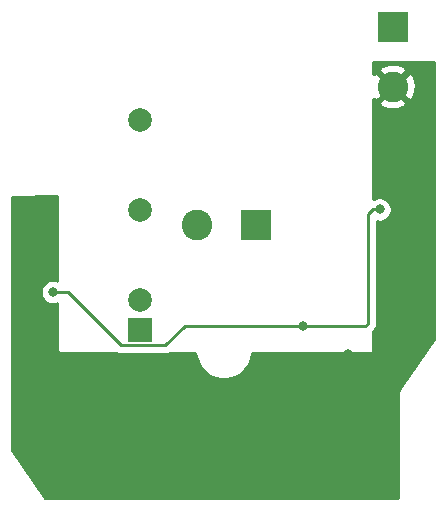
<source format=gbr>
G04 #@! TF.GenerationSoftware,KiCad,Pcbnew,5.1.4*
G04 #@! TF.CreationDate,2020-01-08T09:35:31-05:00*
G04 #@! TF.ProjectId,siot-node-relay,73696f74-2d6e-46f6-9465-2d72656c6179,rev?*
G04 #@! TF.SameCoordinates,Original*
G04 #@! TF.FileFunction,Copper,L2,Bot*
G04 #@! TF.FilePolarity,Positive*
%FSLAX46Y46*%
G04 Gerber Fmt 4.6, Leading zero omitted, Abs format (unit mm)*
G04 Created by KiCad (PCBNEW 5.1.4) date 2020-01-08 09:35:31*
%MOMM*%
%LPD*%
G04 APERTURE LIST*
%ADD10C,2.600000*%
%ADD11R,2.600000X2.600000*%
%ADD12C,2.000000*%
%ADD13R,2.000000X2.000000*%
%ADD14C,0.800000*%
%ADD15C,0.100000*%
%ADD16C,1.800000*%
%ADD17C,0.250000*%
%ADD18C,0.254000*%
G04 APERTURE END LIST*
D10*
X194750000Y-83100000D03*
D11*
X194750000Y-78100000D03*
D10*
X178150000Y-94800000D03*
D11*
X183150000Y-94800000D03*
D12*
X173350000Y-85920000D03*
X173350000Y-93540000D03*
X173350000Y-101160000D03*
D13*
X173350000Y-103700000D03*
D14*
X190250000Y-111900000D03*
X189150000Y-111900000D03*
X190250000Y-111000000D03*
X190250000Y-110100000D03*
X189150000Y-111000000D03*
D15*
G36*
X190424504Y-109751204D02*
G01*
X190448773Y-109754804D01*
X190472571Y-109760765D01*
X190495671Y-109769030D01*
X190517849Y-109779520D01*
X190538893Y-109792133D01*
X190558598Y-109806747D01*
X190576777Y-109823223D01*
X190593253Y-109841402D01*
X190607867Y-109861107D01*
X190620480Y-109882151D01*
X190630970Y-109904329D01*
X190639235Y-109927429D01*
X190645196Y-109951227D01*
X190648796Y-109975496D01*
X190650000Y-110000000D01*
X190650000Y-112000000D01*
X190648796Y-112024504D01*
X190645196Y-112048773D01*
X190639235Y-112072571D01*
X190630970Y-112095671D01*
X190620480Y-112117849D01*
X190607867Y-112138893D01*
X190593253Y-112158598D01*
X190576777Y-112176777D01*
X190558598Y-112193253D01*
X190538893Y-112207867D01*
X190517849Y-112220480D01*
X190495671Y-112230970D01*
X190472571Y-112239235D01*
X190448773Y-112245196D01*
X190424504Y-112248796D01*
X190400000Y-112250000D01*
X189100000Y-112250000D01*
X189075496Y-112248796D01*
X189051227Y-112245196D01*
X189027429Y-112239235D01*
X189004329Y-112230970D01*
X188982151Y-112220480D01*
X188961107Y-112207867D01*
X188941402Y-112193253D01*
X188923223Y-112176777D01*
X188906747Y-112158598D01*
X188892133Y-112138893D01*
X188879520Y-112117849D01*
X188869030Y-112095671D01*
X188860765Y-112072571D01*
X188854804Y-112048773D01*
X188851204Y-112024504D01*
X188850000Y-112000000D01*
X188850000Y-110000000D01*
X188851204Y-109975496D01*
X188854804Y-109951227D01*
X188860765Y-109927429D01*
X188869030Y-109904329D01*
X188879520Y-109882151D01*
X188892133Y-109861107D01*
X188906747Y-109841402D01*
X188923223Y-109823223D01*
X188941402Y-109806747D01*
X188961107Y-109792133D01*
X188982151Y-109779520D01*
X189004329Y-109769030D01*
X189027429Y-109760765D01*
X189051227Y-109754804D01*
X189075496Y-109751204D01*
X189100000Y-109750000D01*
X190400000Y-109750000D01*
X190424504Y-109751204D01*
X190424504Y-109751204D01*
G37*
D16*
X189750000Y-111000000D03*
D14*
X189150000Y-110100000D03*
X165750000Y-96750000D03*
X163250000Y-96750000D03*
X164500000Y-95500000D03*
X165500000Y-94250000D03*
X163250000Y-94250000D03*
X195150000Y-88500000D03*
X196250000Y-89700000D03*
X194000000Y-87500000D03*
X196250000Y-87500000D03*
X194050000Y-89800000D03*
X191000000Y-105750000D03*
X188905000Y-112905000D03*
X187250000Y-106000000D03*
X182500000Y-110500000D03*
X187150000Y-103400000D03*
X193650000Y-93500000D03*
X166000000Y-100500000D03*
D17*
X193050000Y-93500000D02*
X193650000Y-93500000D01*
X192650000Y-93900000D02*
X193050000Y-93500000D01*
X181436001Y-103394999D02*
X181441002Y-103400000D01*
X181441002Y-103400000D02*
X192450000Y-103400000D01*
X192450000Y-103400000D02*
X192650000Y-103200000D01*
X192650000Y-103200000D02*
X192650000Y-93900000D01*
X177144999Y-103394999D02*
X175514997Y-105025001D01*
X175514997Y-105025001D02*
X171775001Y-105025001D01*
X177144999Y-103394999D02*
X181436001Y-103394999D01*
X167250000Y-100500000D02*
X166000000Y-100500000D01*
X171775001Y-105025001D02*
X167250000Y-100500000D01*
X177250000Y-103394999D02*
X177144999Y-103394999D01*
D18*
G36*
X191373000Y-112873000D02*
G01*
X188227000Y-112873000D01*
X188227000Y-109127000D01*
X191373000Y-109127000D01*
X191373000Y-112873000D01*
X191373000Y-112873000D01*
G37*
X191373000Y-112873000D02*
X188227000Y-112873000D01*
X188227000Y-109127000D01*
X191373000Y-109127000D01*
X191373000Y-112873000D01*
G36*
X198265001Y-81032503D02*
G01*
X198265000Y-104470164D01*
X195362922Y-108656771D01*
X195335914Y-108689680D01*
X195304752Y-108747980D01*
X195272592Y-108805750D01*
X195270649Y-108811783D01*
X195267664Y-108817367D01*
X195248481Y-108880604D01*
X195228203Y-108943560D01*
X195227474Y-108949855D01*
X195225636Y-108955915D01*
X195219159Y-109021673D01*
X195211552Y-109087382D01*
X195215001Y-109129819D01*
X195215000Y-117965000D01*
X165337500Y-117965000D01*
X162535000Y-113872462D01*
X162535000Y-110186377D01*
X188113587Y-110186377D01*
X188150353Y-110386912D01*
X188214472Y-110548536D01*
X188214495Y-110555680D01*
X188159423Y-110683184D01*
X188116649Y-110882523D01*
X188113587Y-111086377D01*
X188150353Y-111286912D01*
X188214481Y-111448560D01*
X188214458Y-111455765D01*
X188159423Y-111583184D01*
X188116649Y-111782523D01*
X188113587Y-111986377D01*
X188150353Y-112186912D01*
X188223997Y-112372547D01*
X188224188Y-112374482D01*
X188260498Y-112494180D01*
X188319463Y-112604494D01*
X188398815Y-112701185D01*
X188495506Y-112780537D01*
X188605820Y-112839502D01*
X188725518Y-112875812D01*
X188820704Y-112885187D01*
X188833184Y-112890577D01*
X189032523Y-112933351D01*
X189236377Y-112936413D01*
X189436912Y-112899647D01*
X189626420Y-112824466D01*
X189653981Y-112809736D01*
X189670968Y-112658640D01*
X189700000Y-112629608D01*
X189729032Y-112658640D01*
X189746019Y-112809736D01*
X189933184Y-112890577D01*
X190132523Y-112933351D01*
X190336377Y-112936413D01*
X190536912Y-112899647D01*
X190567134Y-112887658D01*
X190650000Y-112888072D01*
X190774482Y-112875812D01*
X190894180Y-112839502D01*
X191004494Y-112780537D01*
X191101185Y-112701185D01*
X191180537Y-112604494D01*
X191239502Y-112494180D01*
X191275812Y-112374482D01*
X191288072Y-112250000D01*
X191285000Y-111285750D01*
X191253914Y-111254664D01*
X191281307Y-111127002D01*
X191285000Y-111127002D01*
X191285000Y-111007694D01*
X191286413Y-110913623D01*
X191285000Y-110905916D01*
X191285000Y-110872998D01*
X191278965Y-110872998D01*
X191255304Y-110743946D01*
X191285000Y-110714250D01*
X191288072Y-109750000D01*
X191275812Y-109625518D01*
X191239502Y-109505820D01*
X191180537Y-109395506D01*
X191101185Y-109298815D01*
X191004494Y-109219463D01*
X190894180Y-109160498D01*
X190774482Y-109124188D01*
X190650000Y-109111928D01*
X190573501Y-109112311D01*
X190566816Y-109109423D01*
X190367477Y-109066649D01*
X190163623Y-109063587D01*
X189963088Y-109100353D01*
X189773580Y-109175534D01*
X189746019Y-109190264D01*
X189729032Y-109341360D01*
X189700000Y-109370392D01*
X189670968Y-109341360D01*
X189653981Y-109190264D01*
X189466816Y-109109423D01*
X189267477Y-109066649D01*
X189063623Y-109063587D01*
X188863088Y-109100353D01*
X188828598Y-109114036D01*
X188725518Y-109124188D01*
X188605820Y-109160498D01*
X188495506Y-109219463D01*
X188398815Y-109298815D01*
X188319463Y-109395506D01*
X188260498Y-109505820D01*
X188224188Y-109625518D01*
X188223203Y-109635519D01*
X188159423Y-109783184D01*
X188116649Y-109982523D01*
X188113587Y-110186377D01*
X162535000Y-110186377D01*
X162535000Y-92424212D01*
X166373000Y-92378521D01*
X166373000Y-99534226D01*
X166301898Y-99504774D01*
X166101939Y-99465000D01*
X165898061Y-99465000D01*
X165698102Y-99504774D01*
X165509744Y-99582795D01*
X165340226Y-99696063D01*
X165196063Y-99840226D01*
X165082795Y-100009744D01*
X165004774Y-100198102D01*
X164965000Y-100398061D01*
X164965000Y-100601939D01*
X165004774Y-100801898D01*
X165082795Y-100990256D01*
X165196063Y-101159774D01*
X165340226Y-101303937D01*
X165509744Y-101417205D01*
X165698102Y-101495226D01*
X165898061Y-101535000D01*
X166101939Y-101535000D01*
X166301898Y-101495226D01*
X166373000Y-101465774D01*
X166373000Y-105500000D01*
X166375440Y-105524776D01*
X166382667Y-105548601D01*
X166394403Y-105570557D01*
X166410197Y-105589803D01*
X166429443Y-105605597D01*
X166451399Y-105617333D01*
X166475224Y-105624560D01*
X166500000Y-105627000D01*
X171310545Y-105627000D01*
X171350725Y-105659975D01*
X171482754Y-105730547D01*
X171626015Y-105774004D01*
X171737668Y-105785001D01*
X171737676Y-105785001D01*
X171775001Y-105788677D01*
X171812326Y-105785001D01*
X175477675Y-105785001D01*
X175514997Y-105788677D01*
X175552319Y-105785001D01*
X175552330Y-105785001D01*
X175663983Y-105774004D01*
X175807244Y-105730547D01*
X175939273Y-105659975D01*
X175979453Y-105627000D01*
X178055000Y-105627000D01*
X178055000Y-105704902D01*
X178146654Y-106165679D01*
X178326440Y-106599721D01*
X178587450Y-106990349D01*
X178919651Y-107322550D01*
X179310279Y-107583560D01*
X179744321Y-107763346D01*
X180205098Y-107855000D01*
X180674902Y-107855000D01*
X181135679Y-107763346D01*
X181569721Y-107583560D01*
X181960349Y-107322550D01*
X182292550Y-106990349D01*
X182553560Y-106599721D01*
X182733346Y-106165679D01*
X182825000Y-105704902D01*
X182825000Y-105627000D01*
X193000000Y-105627000D01*
X193024776Y-105624560D01*
X193048601Y-105617333D01*
X193070557Y-105605597D01*
X193089803Y-105589803D01*
X193105597Y-105570557D01*
X193117333Y-105548601D01*
X193124560Y-105524776D01*
X193127000Y-105500000D01*
X193127000Y-103797801D01*
X193160998Y-103763803D01*
X193190001Y-103740001D01*
X193284974Y-103624276D01*
X193355546Y-103492247D01*
X193399003Y-103348986D01*
X193410000Y-103237333D01*
X193410000Y-103237325D01*
X193413676Y-103200000D01*
X193410000Y-103162675D01*
X193410000Y-94507538D01*
X193548061Y-94535000D01*
X193751939Y-94535000D01*
X193951898Y-94495226D01*
X194140256Y-94417205D01*
X194309774Y-94303937D01*
X194453937Y-94159774D01*
X194567205Y-93990256D01*
X194645226Y-93801898D01*
X194685000Y-93601939D01*
X194685000Y-93398061D01*
X194645226Y-93198102D01*
X194567205Y-93009744D01*
X194453937Y-92840226D01*
X194309774Y-92696063D01*
X194140256Y-92582795D01*
X193951898Y-92504774D01*
X193751939Y-92465000D01*
X193548061Y-92465000D01*
X193348102Y-92504774D01*
X193159744Y-92582795D01*
X193127000Y-92604674D01*
X193127000Y-84449224D01*
X193580381Y-84449224D01*
X193712317Y-84744312D01*
X194053045Y-84915159D01*
X194420557Y-85016250D01*
X194800729Y-85043701D01*
X195178951Y-84996457D01*
X195540690Y-84876333D01*
X195787683Y-84744312D01*
X195919619Y-84449224D01*
X194750000Y-83279605D01*
X193580381Y-84449224D01*
X193127000Y-84449224D01*
X193127000Y-84147212D01*
X193400776Y-84269619D01*
X194570395Y-83100000D01*
X194929605Y-83100000D01*
X196099224Y-84269619D01*
X196394312Y-84137683D01*
X196565159Y-83796955D01*
X196666250Y-83429443D01*
X196693701Y-83049271D01*
X196646457Y-82671049D01*
X196526333Y-82309310D01*
X196394312Y-82062317D01*
X196099224Y-81930381D01*
X194929605Y-83100000D01*
X194570395Y-83100000D01*
X193400776Y-81930381D01*
X193127000Y-82052788D01*
X193127000Y-81750776D01*
X193580381Y-81750776D01*
X194750000Y-82920395D01*
X195919619Y-81750776D01*
X195787683Y-81455688D01*
X195446955Y-81284841D01*
X195079443Y-81183750D01*
X194699271Y-81156299D01*
X194321049Y-81203543D01*
X193959310Y-81323667D01*
X193712317Y-81455688D01*
X193580381Y-81750776D01*
X193127000Y-81750776D01*
X193127000Y-81021034D01*
X198265001Y-81032503D01*
X198265001Y-81032503D01*
G37*
X198265001Y-81032503D02*
X198265000Y-104470164D01*
X195362922Y-108656771D01*
X195335914Y-108689680D01*
X195304752Y-108747980D01*
X195272592Y-108805750D01*
X195270649Y-108811783D01*
X195267664Y-108817367D01*
X195248481Y-108880604D01*
X195228203Y-108943560D01*
X195227474Y-108949855D01*
X195225636Y-108955915D01*
X195219159Y-109021673D01*
X195211552Y-109087382D01*
X195215001Y-109129819D01*
X195215000Y-117965000D01*
X165337500Y-117965000D01*
X162535000Y-113872462D01*
X162535000Y-110186377D01*
X188113587Y-110186377D01*
X188150353Y-110386912D01*
X188214472Y-110548536D01*
X188214495Y-110555680D01*
X188159423Y-110683184D01*
X188116649Y-110882523D01*
X188113587Y-111086377D01*
X188150353Y-111286912D01*
X188214481Y-111448560D01*
X188214458Y-111455765D01*
X188159423Y-111583184D01*
X188116649Y-111782523D01*
X188113587Y-111986377D01*
X188150353Y-112186912D01*
X188223997Y-112372547D01*
X188224188Y-112374482D01*
X188260498Y-112494180D01*
X188319463Y-112604494D01*
X188398815Y-112701185D01*
X188495506Y-112780537D01*
X188605820Y-112839502D01*
X188725518Y-112875812D01*
X188820704Y-112885187D01*
X188833184Y-112890577D01*
X189032523Y-112933351D01*
X189236377Y-112936413D01*
X189436912Y-112899647D01*
X189626420Y-112824466D01*
X189653981Y-112809736D01*
X189670968Y-112658640D01*
X189700000Y-112629608D01*
X189729032Y-112658640D01*
X189746019Y-112809736D01*
X189933184Y-112890577D01*
X190132523Y-112933351D01*
X190336377Y-112936413D01*
X190536912Y-112899647D01*
X190567134Y-112887658D01*
X190650000Y-112888072D01*
X190774482Y-112875812D01*
X190894180Y-112839502D01*
X191004494Y-112780537D01*
X191101185Y-112701185D01*
X191180537Y-112604494D01*
X191239502Y-112494180D01*
X191275812Y-112374482D01*
X191288072Y-112250000D01*
X191285000Y-111285750D01*
X191253914Y-111254664D01*
X191281307Y-111127002D01*
X191285000Y-111127002D01*
X191285000Y-111007694D01*
X191286413Y-110913623D01*
X191285000Y-110905916D01*
X191285000Y-110872998D01*
X191278965Y-110872998D01*
X191255304Y-110743946D01*
X191285000Y-110714250D01*
X191288072Y-109750000D01*
X191275812Y-109625518D01*
X191239502Y-109505820D01*
X191180537Y-109395506D01*
X191101185Y-109298815D01*
X191004494Y-109219463D01*
X190894180Y-109160498D01*
X190774482Y-109124188D01*
X190650000Y-109111928D01*
X190573501Y-109112311D01*
X190566816Y-109109423D01*
X190367477Y-109066649D01*
X190163623Y-109063587D01*
X189963088Y-109100353D01*
X189773580Y-109175534D01*
X189746019Y-109190264D01*
X189729032Y-109341360D01*
X189700000Y-109370392D01*
X189670968Y-109341360D01*
X189653981Y-109190264D01*
X189466816Y-109109423D01*
X189267477Y-109066649D01*
X189063623Y-109063587D01*
X188863088Y-109100353D01*
X188828598Y-109114036D01*
X188725518Y-109124188D01*
X188605820Y-109160498D01*
X188495506Y-109219463D01*
X188398815Y-109298815D01*
X188319463Y-109395506D01*
X188260498Y-109505820D01*
X188224188Y-109625518D01*
X188223203Y-109635519D01*
X188159423Y-109783184D01*
X188116649Y-109982523D01*
X188113587Y-110186377D01*
X162535000Y-110186377D01*
X162535000Y-92424212D01*
X166373000Y-92378521D01*
X166373000Y-99534226D01*
X166301898Y-99504774D01*
X166101939Y-99465000D01*
X165898061Y-99465000D01*
X165698102Y-99504774D01*
X165509744Y-99582795D01*
X165340226Y-99696063D01*
X165196063Y-99840226D01*
X165082795Y-100009744D01*
X165004774Y-100198102D01*
X164965000Y-100398061D01*
X164965000Y-100601939D01*
X165004774Y-100801898D01*
X165082795Y-100990256D01*
X165196063Y-101159774D01*
X165340226Y-101303937D01*
X165509744Y-101417205D01*
X165698102Y-101495226D01*
X165898061Y-101535000D01*
X166101939Y-101535000D01*
X166301898Y-101495226D01*
X166373000Y-101465774D01*
X166373000Y-105500000D01*
X166375440Y-105524776D01*
X166382667Y-105548601D01*
X166394403Y-105570557D01*
X166410197Y-105589803D01*
X166429443Y-105605597D01*
X166451399Y-105617333D01*
X166475224Y-105624560D01*
X166500000Y-105627000D01*
X171310545Y-105627000D01*
X171350725Y-105659975D01*
X171482754Y-105730547D01*
X171626015Y-105774004D01*
X171737668Y-105785001D01*
X171737676Y-105785001D01*
X171775001Y-105788677D01*
X171812326Y-105785001D01*
X175477675Y-105785001D01*
X175514997Y-105788677D01*
X175552319Y-105785001D01*
X175552330Y-105785001D01*
X175663983Y-105774004D01*
X175807244Y-105730547D01*
X175939273Y-105659975D01*
X175979453Y-105627000D01*
X178055000Y-105627000D01*
X178055000Y-105704902D01*
X178146654Y-106165679D01*
X178326440Y-106599721D01*
X178587450Y-106990349D01*
X178919651Y-107322550D01*
X179310279Y-107583560D01*
X179744321Y-107763346D01*
X180205098Y-107855000D01*
X180674902Y-107855000D01*
X181135679Y-107763346D01*
X181569721Y-107583560D01*
X181960349Y-107322550D01*
X182292550Y-106990349D01*
X182553560Y-106599721D01*
X182733346Y-106165679D01*
X182825000Y-105704902D01*
X182825000Y-105627000D01*
X193000000Y-105627000D01*
X193024776Y-105624560D01*
X193048601Y-105617333D01*
X193070557Y-105605597D01*
X193089803Y-105589803D01*
X193105597Y-105570557D01*
X193117333Y-105548601D01*
X193124560Y-105524776D01*
X193127000Y-105500000D01*
X193127000Y-103797801D01*
X193160998Y-103763803D01*
X193190001Y-103740001D01*
X193284974Y-103624276D01*
X193355546Y-103492247D01*
X193399003Y-103348986D01*
X193410000Y-103237333D01*
X193410000Y-103237325D01*
X193413676Y-103200000D01*
X193410000Y-103162675D01*
X193410000Y-94507538D01*
X193548061Y-94535000D01*
X193751939Y-94535000D01*
X193951898Y-94495226D01*
X194140256Y-94417205D01*
X194309774Y-94303937D01*
X194453937Y-94159774D01*
X194567205Y-93990256D01*
X194645226Y-93801898D01*
X194685000Y-93601939D01*
X194685000Y-93398061D01*
X194645226Y-93198102D01*
X194567205Y-93009744D01*
X194453937Y-92840226D01*
X194309774Y-92696063D01*
X194140256Y-92582795D01*
X193951898Y-92504774D01*
X193751939Y-92465000D01*
X193548061Y-92465000D01*
X193348102Y-92504774D01*
X193159744Y-92582795D01*
X193127000Y-92604674D01*
X193127000Y-84449224D01*
X193580381Y-84449224D01*
X193712317Y-84744312D01*
X194053045Y-84915159D01*
X194420557Y-85016250D01*
X194800729Y-85043701D01*
X195178951Y-84996457D01*
X195540690Y-84876333D01*
X195787683Y-84744312D01*
X195919619Y-84449224D01*
X194750000Y-83279605D01*
X193580381Y-84449224D01*
X193127000Y-84449224D01*
X193127000Y-84147212D01*
X193400776Y-84269619D01*
X194570395Y-83100000D01*
X194929605Y-83100000D01*
X196099224Y-84269619D01*
X196394312Y-84137683D01*
X196565159Y-83796955D01*
X196666250Y-83429443D01*
X196693701Y-83049271D01*
X196646457Y-82671049D01*
X196526333Y-82309310D01*
X196394312Y-82062317D01*
X196099224Y-81930381D01*
X194929605Y-83100000D01*
X194570395Y-83100000D01*
X193400776Y-81930381D01*
X193127000Y-82052788D01*
X193127000Y-81750776D01*
X193580381Y-81750776D01*
X194750000Y-82920395D01*
X195919619Y-81750776D01*
X195787683Y-81455688D01*
X195446955Y-81284841D01*
X195079443Y-81183750D01*
X194699271Y-81156299D01*
X194321049Y-81203543D01*
X193959310Y-81323667D01*
X193712317Y-81455688D01*
X193580381Y-81750776D01*
X193127000Y-81750776D01*
X193127000Y-81021034D01*
X198265001Y-81032503D01*
M02*

</source>
